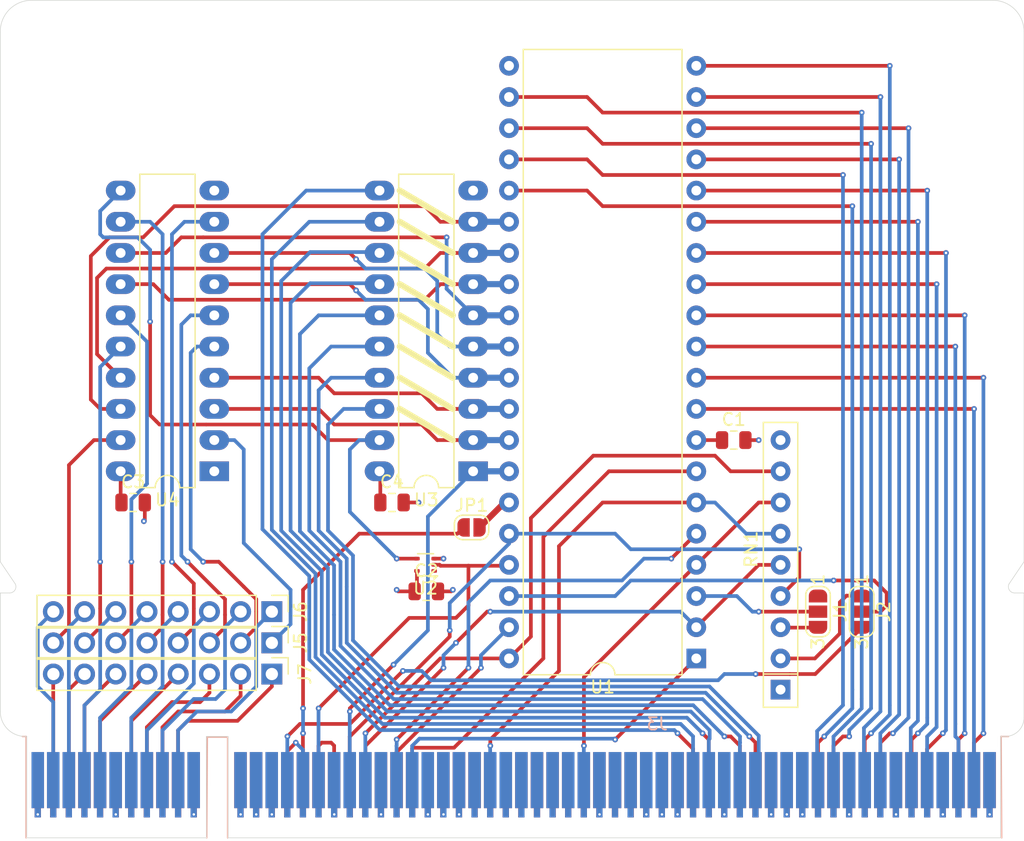
<source format=kicad_pcb>
(kicad_pcb (version 20240108) (generator "pcbnew") (generator_version "8.0")
  (layers (0 "F.Cu" signal) (1 "In1.Cu" power) (2 "In2.Cu" power) (31 "B.Cu" signal) (34 "B.Paste" user) (35 "F.Paste" user) (36 "B.SilkS" user "B.Silkscreen") (37 "F.SilkS" user "F.Silkscreen") (38 "B.Mask" user) (39 "F.Mask" user) (44 "Edge.Cuts" user))
  (net 0 "")
  (net 1 "+5V")
  (net 2 "GND")
  (net 3 "Net-(J1-Pin_3)")
  (net 4 "Net-(J1-Pin_2)")
  (net 6 "Net-(J2-Pin_1)")
  (net 7 "/M{slash}X")
  (net 8 "Net-(J2-Pin_2)")
  (net 9 "/CLK")
  (net 10 "/RAM_7")
  (net 11 "/RAM_2")
  (net 12 "/A7")
  (net 13 "/~{IRQ_4}")
  (net 14 "/A11")
  (net 15 "/A12")
  (net 16 "/E")
  (net 17 "/RAM_5")
  (net 18 "/ROM_4")
  (net 19 "/~{RES}")
  (net 20 "/D4")
  (net 21 "/A3")
  (net 22 "+9V")
  (net 23 "/ROM_2")
  (net 24 "/D6")
  (net 25 "/~{ROM}")
  (net 26 "/~{BE}")
  (net 27 "/~{IRQ_0.6}")
  (net 28 "/~{IRQ_0}")
  (net 29 "/A4")
  (net 30 "/D1")
  (net 31 "/D5")
  (net 32 "/~{IRQ_0.3}")
  (net 33 "/~{VP}")
  (net 34 "/D2")
  (net 35 "/R{slash}~{W}")
  (net 36 "/D7")
  (net 37 "/~{IRQ_3}")
  (net 38 "/D3")
  (net 39 "/RAM_4")
  (net 40 "/A0")
  (net 41 "/ROM_1")
  (net 42 "/A1")
  (net 43 "/ROM_7")
  (net 44 "/RAM_6")
  (net 45 "/ROM_3")
  (net 46 "/~{IRQ_0.4}")
  (net 47 "/ROM_0")
  (net 48 "/A10")
  (net 49 "/~{NMI}")
  (net 50 "/~{H_RAM}")
  (net 51 "/RAM_0")
  (net 52 "/~{ML}")
  (net 53 "/~{IRQ_0.0}")
  (net 54 "/A14")
  (net 55 "/~{IRQ_0.7}")
  (net 56 "/A9")
  (net 57 "/SYNC_VPA")
  (net 58 "/A5")
  (net 59 "/RAM_3")
  (net 60 "/A2")
  (net 61 "/~{RDY}")
  (net 62 "/PAGE")
  (net 63 "/Ø2{slash}VDA")
  (net 64 "/A15")
  (net 65 "/RAM_1")
  (net 66 "/~{IRQ_0.1}")
  (net 67 "/~{IRQ_1}")
  (net 68 "/A8")
  (net 69 "/A13")
  (net 70 "/ROM_6")
  (net 71 "/~{IRQ_2}")
  (net 72 "/ROM_5")
  (net 73 "/~{IRQ}")
  (net 74 "/A6")
  (net 75 "/~{IO}")
  (net 76 "/~{IRQ_0.5}")
  (net 77 "/D0")
  (net 78 "/~{IRQ_0.2}")
  (net 79 "/~{L_RAM}")
  (net 80 "/BA0")
  (net 81 "/BA2")
  (net 82 "/BA7")
  (net 83 "/BA6")
  (net 84 "/BA1")
  (net 85 "/BA3")
  (net 86 "/BA4")
  (net 87 "/BA5")
  (net 88 "Net-(JP1-B)")
  (net 91 "Net-(U3-CE)")
  (net 93 "Net-(U1-D7)")
  (net 94 "Net-(U1-D4)")
  (net 95 "Net-(U1-D3)")
  (net 96 "Net-(U1-D5)")
  (net 97 "Net-(U1-D1)")
  (net 98 "Net-(U1-D0)")
  (net 99 "Net-(U1-D2)")
  (net 100 "Net-(U1-D6)")
  (footprint "Package_TO_SOT_SMD:SOT-553" (layer "F.Cu") (at 147.131 107.942 180)
    (property "Reference" "U2")
    (property "Value" "74LVC1GU04DRL")
  )
  (footprint "Connector_PinHeader_2.54mm:PinHeader_1x08_P2.54mm_Vertical" (layer "F.Cu") (at 134.62 116.84 -90)
    (property "Reference" "J7")
    (property "Value" "Bank Bridge C")
  )
  (footprint "Package_DIP:DIP-40_W15.24mm" (layer "F.Cu") (at 169.164 115.57 180)
    (property "Reference" "U1")
    (property "Value" "65C02 / 65816")
  )
  (footprint "Capacitor_SMD:C_0805_2012Metric" (layer "F.Cu") (at 172.212 97.79)
    (property "Reference" "C1")
    (property "Value" "100n")
  )
  (footprint "Package_DIP:DIP-20_W7.62mm_LongPads" (layer "F.Cu") (at 129.936 100.33 180)
    (property "Reference" "U4")
    (property "Value" "74HC373")
  )
  (footprint "Capacitor_SMD:C_0805_2012Metric" (layer "F.Cu") (at 144.399 102.87)
    (property "Reference" "C4")
    (property "Value" "100n")
  )
  (footprint "Connector_PinHeader_2.54mm:PinHeader_1x08_P2.54mm_Vertical" (layer "F.Cu") (at 134.62 114.3 -90)
    (property "Reference" "J5")
    (property "Value" "Bank Bridge A")
  )
  (footprint "Resistor_THT:R_Array_SIP9" (layer "F.Cu") (at 176.022 118.11 90)
    (property "Reference" "RN1")
    (property "Value" "3k3")
  )
  (footprint "Capacitor_SMD:C_0805_2012Metric" (layer "F.Cu") (at 147.193 110.109)
    (property "Reference" "C2")
    (property "Value" "100n")
  )
  (footprint "Jumper:SolderJumper-3_P1.3mm_Open_RoundedPad1.0x1.5mm_NumberLabels" (layer "F.Cu") (at 182.626 111.76 -90)
    (property "Reference" "J2")
    (property "Value" "SO/MX")
  )
  (footprint "Jumper:SolderJumper-2_P1.3mm_Open_RoundedPad1.0x1.5mm" (layer "F.Cu") (at 150.876 104.902)
    (property "Reference" "JP1")
    (property "Value" "E")
  )
  (footprint "Connector_PinHeader_2.54mm:PinHeader_1x08_P2.54mm_Vertical" (layer "F.Cu") (at 134.62 111.76 -90)
    (property "Reference" "J6")
    (property "Value" "Bank Bridge B")
  )
  (footprint "Capacitor_SMD:C_0805_2012Metric" (layer "F.Cu") (at 123.332 102.87)
    (property "Reference" "C3")
    (property "Value" "100n")
  )
  (footprint "Package_DIP:DIP-20_W7.62mm_LongPads" (layer "F.Cu") (at 151.003 100.33 180)
    (property "Reference" "U3")
    (property "Value" "74HC245")
  )
  (footprint "Jumper:SolderJumper-3_P1.3mm_Open_RoundedPad1.0x1.5mm_NumberLabels" (layer "F.Cu") (at 179.07 111.76 -90)
    (property "Reference" "J1")
    (property "Value" "ABORT")
  )
  (footprint "Connector_PCBEdge:BUS_PCI" (layer "B.Cu") (at 154.3 126.806 180)
    (property "Reference" "J3")
    (property "Value" "Bus_PCI_6502")
  )
  (gr_line (start 149.352 97.79) (end 145.034 95.25) (stroke (width 0.5)) (layer "F.SilkS"))
  (gr_line (start 149.352 80.01) (end 145.034 77.47) (stroke (width 0.5)) (layer "F.SilkS"))
  (gr_line (start 149.352 95.25) (end 145.034 92.71) (stroke (width 0.5)) (layer "F.SilkS"))
  (gr_line (start 149.352 85.09) (end 145.034 82.55) (stroke (width 0.5)) (layer "F.SilkS"))
  (gr_line (start 149.352 87.63) (end 145.034 85.09) (stroke (width 0.5)) (layer "F.SilkS"))
  (gr_line (start 149.352 82.55) (end 145.034 80.01) (stroke (width 0.5)) (layer "F.SilkS"))
  (gr_line (start 149.352 92.71) (end 145.034 90.17) (stroke (width 0.5)) (layer "F.SilkS"))
  (gr_line (start 149.352 90.17) (end 145.034 87.63) (stroke (width 0.5)) (layer "F.SilkS"))
  (gr_line (start 114.681 130.175) (end 129.286 130.175) (stroke (width 0.05)) (layer "Edge.Cuts"))
  (gr_line (start 112.522 107.696) (end 113.738369 109.500815) (stroke (width 0.05)) (layer "Edge.Cuts"))
  (gr_line (start 114.554 121.92) (end 114.681 121.92) (stroke (width 0.05)) (layer "Edge.Cuts"))
  (gr_line (start 195.834 110.236) (end 195.834 120.396) (stroke (width 0.05)) (layer "Edge.Cuts"))
  (gr_line (start 129.286 121.92) (end 131.064 121.92) (stroke (width 0.05)) (layer "Edge.Cuts"))
  (gr_line (start 129.286 130.175) (end 129.286 121.92) (stroke (width 0.05)) (layer "Edge.Cuts"))
  (gr_line (start 115.062 61.976) (end 193.294 61.976) (stroke (width 0.05)) (layer "Edge.Cuts"))
  (gr_arc (start 113.738369 109.500815) (mid 113.716131 109.995071) (end 113.284 110.236) (stroke (width 0.05)) (layer "Edge.Cuts"))
  (gr_line (start 112.522 119.888) (end 112.522 110.236) (stroke (width 0.05)) (layer "Edge.Cuts"))
  (gr_line (start 193.929 121.92) (end 194.31 121.92) (stroke (width 0.05)) (layer "Edge.Cuts"))
  (gr_line (start 195.834 110.236) (end 195.072 110.236) (stroke (width 0.05)) (layer "Edge.Cuts"))
  (gr_line (start 113.284 110.236) (end 112.522 110.236) (stroke (width 0.05)) (layer "Edge.Cuts"))
  (gr_line (start 112.522 107.696) (end 112.522 64.516) (stroke (width 0.05)) (layer "Edge.Cuts"))
  (gr_arc (start 114.554 121.92) (mid 113.117159 121.324841) (end 112.522 119.888) (stroke (width 0.05)) (layer "Edge.Cuts"))
  (gr_arc (start 195.072 110.236) (mid 194.639868 109.995072) (end 194.617631 109.500815) (stroke (width 0.05)) (layer "Edge.Cuts"))
  (gr_arc (start 112.522 64.516) (mid 113.265949 62.719949) (end 115.062 61.976) (stroke (width 0.05)) (layer "Edge.Cuts"))
  (gr_line (start 193.929 130.175) (end 193.929 121.92) (stroke (width 0.05)) (layer "Edge.Cuts"))
  (gr_line (start 194.617631 109.500815) (end 195.834 107.696) (stroke (width 0.05)) (layer "Edge.Cuts"))
  (gr_line (start 114.681 121.92) (end 114.681 130.175) (stroke (width 0.05)) (layer "Edge.Cuts"))
  (gr_arc (start 193.294 61.976) (mid 195.090051 62.719949) (end 195.834 64.516) (stroke (width 0.05)) (layer "Edge.Cuts"))
  (gr_line (start 195.834 107.696) (end 195.834 64.516) (stroke (width 0.05)) (layer "Edge.Cuts"))
  (gr_arc (start 195.834 120.396) (mid 195.387631 121.473631) (end 194.31 121.92) (stroke (width 0.05)) (layer "Edge.Cuts"))
  (gr_line (start 131.064 130.175) (end 193.929 130.175) (stroke (width 0.05)) (layer "Edge.Cuts"))
  (gr_line (start 131.064 121.92) (end 131.064 130.175) (stroke (width 0.05)) (layer "Edge.Cuts"))
  (segment (start 144.907 110.109) (end 144.78 109.982) (width 0.3) (layer "F.Cu") (net 1))
  (segment (start 143.449 100.396) (end 143.383 100.33) (width 0.3) (layer "F.Cu") (net 1))
  (segment (start 171.262 97.79) (end 169.164 97.79) (width 0.3) (layer "F.Cu") (net 1))
  (segment (start 146.431 108.442) (end 146.431 109.921) (width 0.3) (layer "F.Cu") (net 1))
  (segment (start 143.449 102.87) (end 143.449 100.396) (width 0.3) (layer "F.Cu") (net 1))
  (segment (start 146.243 110.109) (end 144.907 110.109) (width 0.3) (layer "F.Cu") (net 1))
  (segment (start 122.316 100.33) (end 122.316 102.804) (width 0.3) (layer "F.Cu") (net 1))
  (segment (start 122.316 102.804) (end 122.382 102.87) (width 0.3) (layer "F.Cu") (net 1))
  (segment (start 146.431 109.921) (end 146.243 110.109) (width 0.3) (layer "F.Cu") (net 1))
  (via (at 176.53 128.27) (size 0.46) (drill 0.2) (layers "F.Cu" "B.Cu") (net 1))
  (via (at 144.78 109.982) (size 0.46) (drill 0.2) (layers "F.Cu" "B.Cu") (net 1))
  (via (at 148.59 128.27) (size 0.46) (drill 0.2) (layers "F.Cu" "B.Cu") (net 1))
  (via (at 166.37 128.27) (size 0.46) (drill 0.2) (layers "F.Cu" "B.Cu") (net 1))
  (via (at 134.62 128.27) (size 0.46) (drill 0.2) (layers "F.Cu" "B.Cu") (net 1))
  (segment (start 147.831 107.442) (end 148.59 107.442) (width 0.3) (layer "F.Cu") (net 2))
  (segment (start 124.282 102.87) (end 124.282 104.318) (width 0.3) (layer "F.Cu") (net 2))
  (segment (start 148.143 110.109) (end 149.225 110.109) (width 0.3) (layer "F.Cu") (net 2))
  (segment (start 139.446 122.428) (end 139.69 122.672) (width 0.3) (layer "F.Cu") (net 2))
  (segment (start 124.282 104.318) (end 124.206 104.394) (width 0.3) (layer "F.Cu") (net 2))
  (segment (start 145.349 102.87) (end 146.558 102.87) (width 0.3) (layer "F.Cu") (net 2))
  (segment (start 138.42 122.692) (end 138.684 122.428) (width 0.3) (layer "F.Cu") (net 2))
  (segment (start 138.42 125.476) (end 138.42 122.692) (width 0.3) (layer "F.Cu") (net 2))
  (segment (start 149.225 110.109) (end 149.352 109.982) (width 0.3) (layer "F.Cu") (net 2))
  (segment (start 173.162 97.79) (end 174.244 97.79) (width 0.3) (layer "F.Cu") (net 2))
  (segment (start 135.88 123.118) (end 136.57 122.428) (width 0.3) (layer "F.Cu") (net 2))
  (segment (start 138.684 122.428) (end 139.446 122.428) (width 0.3) (layer "F.Cu") (net 2))
  (segment (start 139.69 122.672) (end 139.69 125.476) (width 0.3) (layer "F.Cu") (net 2))
  (segment (start 135.88 125.476) (end 135.88 123.118) (width 0.3) (layer "F.Cu") (net 2))
  (via (at 139.7 128.27) (size 0.46) (drill 0.2) (layers "F.Cu" "B.Cu") (net 2))
  (via (at 181.61 128.27) (size 0.46) (drill 0.2) (layers "F.Cu" "B.Cu") (net 2))
  (via (at 124.206 104.394) (size 0.46) (drill 0.2) (layers "F.Cu" "B.Cu") (net 2))
  (via (at 149.86 128.27) (size 0.46) (drill 0.2) (layers "F.Cu" "B.Cu") (net 2))
  (via (at 121.92 128.27) (size 0.46) (drill 0.2) (layers "F.Cu" "B.Cu") (net 2))
  (via (at 143.51 128.27) (size 0.46) (drill 0.2) (layers "F.Cu" "B.Cu") (net 2))
  (via (at 167.64 128.27) (size 0.46) (drill 0.2) (layers "F.Cu" "B.Cu") (net 2))
  (via (at 165.1 128.27) (size 0.46) (drill 0.2) (layers "F.Cu" "B.Cu") (net 2))
  (via (at 147.32 128.27) (size 0.46) (drill 0.2) (layers "F.Cu" "B.Cu") (net 2))
  (via (at 149.352 109.982) (size 0.46) (drill 0.2) (layers "F.Cu" "B.Cu") (net 2))
  (via (at 133.35 128.27) (size 0.46) (drill 0.2) (layers "F.Cu" "B.Cu") (net 2))
  (via (at 193.04 128.27) (size 0.46) (drill 0.2) (layers "F.Cu" "B.Cu") (net 2))
  (via (at 136.57 122.428) (size 0.46) (drill 0.2) (layers "F.Cu" "B.Cu") (net 2))
  (via (at 148.59 107.442) (size 0.46) (drill 0.2) (layers "F.Cu" "B.Cu") (net 2))
  (via (at 161.29 128.27) (size 0.46) (drill 0.2) (layers "F.Cu" "B.Cu") (net 2))
  (via (at 174.244 97.79) (size 0.46) (drill 0.2) (layers "F.Cu" "B.Cu") (net 2))
  (via (at 189.23 128.27) (size 0.46) (drill 0.2) (layers "F.Cu" "B.Cu") (net 2))
  (via (at 175.26 128.27) (size 0.46) (drill 0.2) (layers "F.Cu" "B.Cu") (net 2))
  (via (at 146.558 102.87) (size 0.46) (drill 0.2) (layers "F.Cu" "B.Cu") (net 2))
  (via (at 177.8 128.27) (size 0.46) (drill 0.2) (layers "F.Cu" "B.Cu") (net 2))
  (via (at 115.57 128.27) (size 0.46) (drill 0.2) (layers "F.Cu" "B.Cu") (net 2))
  (via (at 171.45 128.27) (size 0.46) (drill 0.2) (layers "F.Cu" "B.Cu") (net 2))
  (via (at 128.27 128.27) (size 0.46) (drill 0.2) (layers "F.Cu" "B.Cu") (net 2))
  (via (at 185.42 128.27) (size 0.46) (drill 0.2) (layers "F.Cu" "B.Cu") (net 2))
  (segment (start 137.15 123.008) (end 136.57 122.428) (width 0.3) (layer "B.Cu") (net 2))
  (segment (start 137.15 125.476) (end 137.15 123.008) (width 0.3) (layer "B.Cu") (net 2))
  (segment (start 176.052 113.06) (end 176.022 113.03) (width 0.3) (layer "F.Cu") (net 3))
  (segment (start 179.07 113.06) (end 176.052 113.06) (width 0.3) (layer "F.Cu") (net 3))
  (segment (start 179.07 111.76) (end 174.244 111.76) (width 0.3) (layer "F.Cu") (net 4))
  (via (at 174.244 111.76) (size 0.46) (drill 0.2) (layers "F.Cu" "B.Cu") (net 4))
  (segment (start 173.736 111.76) (end 172.466 110.49) (width 0.3) (layer "B.Cu") (net 4))
  (segment (start 172.466 110.49) (end 169.164 110.49) (width 0.3) (layer "B.Cu") (net 4))
  (segment (start 174.244 111.76) (end 173.736 111.76) (width 0.3) (layer "B.Cu") (net 4))
  (segment (start 181.386 110.46) (end 180.848 110.998) (width 0.3) (layer "F.Cu") (net 6))
  (segment (start 180.848 113.538) (end 178.816 115.57) (width 0.3) (layer "F.Cu") (net 6))
  (segment (start 180.848 110.998) (end 180.848 113.538) (width 0.3) (layer "F.Cu") (net 6))
  (segment (start 178.816 115.57) (end 176.022 115.57) (width 0.3) (layer "F.Cu") (net 6))
  (segment (start 182.626 110.46) (end 181.386 110.46) (width 0.3) (layer "F.Cu") (net 6))
  (segment (start 182.626 113.06) (end 178.846 116.84) (width 0.3) (layer "F.Cu") (net 7))
  (segment (start 176.784 116.84) (end 173.99 116.84) (width 0.3) (layer "F.Cu") (net 7))
  (segment (start 136.906 120.904) (end 135.89 121.92) (width 0.3) (layer "F.Cu") (net 7))
  (segment (start 140.97 120.904) (end 136.906 120.904) (width 0.3) (layer "F.Cu") (net 7))
  (segment (start 178.846 116.84) (end 176.784 116.84) (width 0.3) (layer "F.Cu") (net 7))
  (segment (start 145.288 116.586) (end 140.97 120.904) (width 0.3) (layer "F.Cu") (net 7))
  (via (at 145.288 116.586) (size 0.46) (drill 0.2) (layers "F.Cu" "B.Cu") (net 7))
  (via (at 135.89 121.92) (size 0.46) (drill 0.2) (layers "F.Cu" "B.Cu") (net 7))
  (via (at 173.99 116.84) (size 0.46) (drill 0.2) (layers "F.Cu" "B.Cu") (net 7))
  (segment (start 145.288 116.586) (end 146.812 116.586) (width 0.3) (layer "B.Cu") (net 7))
  (segment (start 171.45 116.84) (end 173.99 116.84) (width 0.3) (layer "B.Cu") (net 7))
  (segment (start 170.942 117.348) (end 171.45 116.84) (width 0.3) (layer "B.Cu") (net 7))
  (segment (start 135.89 121.92) (end 135.88 121.93) (width 0.3) (layer "B.Cu") (net 7))
  (segment (start 135.88 121.93) (end 135.88 125.476) (width 0.3) (layer "B.Cu") (net 7))
  (segment (start 146.812 116.586) (end 147.574 117.348) (width 0.3) (layer "B.Cu") (net 7))
  (segment (start 147.574 117.348) (end 170.942 117.348) (width 0.3) (layer "B.Cu") (net 7))
  (segment (start 184.15 111.76) (end 182.626 111.76) (width 0.3) (layer "F.Cu") (net 8))
  (segment (start 183.642 109.22) (end 184.658 110.236) (width 0.3) (layer "F.Cu") (net 8))
  (segment (start 180.34 109.22) (end 183.642 109.22) (width 0.3) (layer "F.Cu") (net 8))
  (segment (start 184.658 110.236) (end 184.658 111.252) (width 0.3) (layer "F.Cu") (net 8))
  (segment (start 184.658 111.252) (end 184.15 111.76) (width 0.3) (layer "F.Cu") (net 8))
  (via (at 180.34 109.22) (size 0.46) (drill 0.2) (layers "F.Cu" "B.Cu") (net 8))
  (segment (start 163.576 109.474) (end 163.83 109.22) (width 0.3) (layer "B.Cu") (net 8))
  (segment (start 163.83 109.22) (end 170.18 109.22) (width 0.3) (layer "B.Cu") (net 8))
  (segment (start 170.18 109.22) (end 180.34 109.22) (width 0.3) (layer "B.Cu") (net 8))
  (segment (start 162.56 110.49) (end 163.576 109.474) (width 0.3) (layer "B.Cu") (net 8))
  (segment (start 153.924 110.49) (end 162.56 110.49) (width 0.3) (layer "B.Cu") (net 8))
  (segment (start 147.831 107.942) (end 148.269756 107.942) (width 0.3) (layer "F.Cu") (net 9))
  (segment (start 149.606 112.268) (end 150.622 111.252) (width 0.3) (layer "F.Cu") (net 9))
  (segment (start 148.349756 108.022) (end 150.622 108.022) (width 0.3) (layer "F.Cu") (net 9))
  (segment (start 148.269756 107.942) (end 148.349756 108.022) (width 0.3) (layer "F.Cu") (net 9))
  (segment (start 153.852 108.022) (end 153.924 107.95) (width 0.3) (layer "F.Cu") (net 9))
  (segment (start 138.43 119.634) (end 145.796 112.268) (width 0.3) (layer "F.Cu") (net 9))
  (segment (start 145.796 112.268) (end 149.606 112.268) (width 0.3) (layer "F.Cu") (net 9))
  (segment (start 150.622 108.022) (end 153.852 108.022) (width 0.3) (layer "F.Cu") (net 9))
  (segment (start 150.622 111.252) (end 150.622 108.022) (width 0.3) (layer "F.Cu") (net 9))
  (via (at 138.43 119.634) (size 0.46) (drill 0.2) (layers "F.Cu" "B.Cu") (net 9))
  (segment (start 138.42 119.644) (end 138.43 119.634) (width 0.3) (layer "B.Cu") (net 9))
  (segment (start 138.42 125.476) (end 138.42 119.644) (width 0.3) (layer "B.Cu") (net 9))
  (segment (start 116.83 116.85) (end 116.84 116.84) (width 0.3) (layer "F.Cu") (net 10))
  (segment (start 116.83 125.476) (end 116.83 116.85) (width 0.3) (layer "F.Cu") (net 10))
  (segment (start 124.45 121.168) (end 124.45 125.476) (width 0.3) (layer "F.Cu") (net 11))
  (segment (start 129.54 118.364) (end 128.778 119.126) (width 0.3) (layer "F.Cu") (net 11))
  (segment (start 126.492 119.126) (end 124.45 121.168) (width 0.3) (layer "F.Cu") (net 11))
  (segment (start 129.54 116.84) (end 129.54 118.364) (width 0.3) (layer "F.Cu") (net 11))
  (segment (start 128.778 119.126) (end 126.492 119.126) (width 0.3) (layer "F.Cu") (net 11))
  (segment (start 187.96 77.47) (end 169.164 77.47) (width 0.3) (layer "F.Cu") (net 12))
  (segment (start 186.68 122.184) (end 187.198 121.666) (width 0.3) (layer "F.Cu") (net 12))
  (segment (start 186.68 125.476) (end 186.68 122.184) (width 0.3) (layer "F.Cu") (net 12))
  (via (at 187.198 121.666) (size 0.46) (drill 0.2) (layers "F.Cu" "B.Cu") (net 12))
  (via (at 187.96 77.47) (size 0.46) (drill 0.2) (layers "F.Cu" "B.Cu") (net 12))
  (segment (start 187.96 120.396) (end 187.96 77.47) (width 0.3) (layer "B.Cu") (net 12))
  (segment (start 187.96 120.904) (end 187.96 120.396) (width 0.3) (layer "B.Cu") (net 12))
  (segment (start 187.198 121.666) (end 187.96 120.904) (width 0.3) (layer "B.Cu") (net 12))
  (segment (start 182.87 125.476) (end 182.87 122.184) (width 0.3) (layer "F.Cu") (net 14))
  (segment (start 184.912 67.31) (end 169.164 67.31) (width 0.3) (layer "F.Cu") (net 14))
  (segment (start 182.87 122.184) (end 183.388 121.666) (width 0.3) (layer "F.Cu") (net 14))
  (via (at 183.388 121.666) (size 0.46) (drill 0.2) (layers "F.Cu" "B.Cu") (net 14))
  (via (at 184.912 67.31) (size 0.46) (drill 0.2) (layers "F.Cu" "B.Cu") (net 14))
  (segment (start 183.388 121.666) (end 184.912 120.142) (width 0.3) (layer "B.Cu") (net 14))
  (segment (start 184.912 119.38) (end 184.912 67.31) (width 0.3) (layer "B.Cu") (net 14))
  (segment (start 184.912 120.142) (end 184.912 119.38) (width 0.3) (layer "B.Cu") (net 14))
  (segment (start 161.544 71.12) (end 160.274 69.85) (width 0.3) (layer "F.Cu") (net 15))
  (segment (start 182.626 71.12) (end 161.544 71.12) (width 0.3) (layer "F.Cu") (net 15))
  (segment (start 160.274 69.85) (end 153.924 69.85) (width 0.3) (layer "F.Cu") (net 15))
  (via (at 182.626 71.12) (size 0.46) (drill 0.2) (layers "F.Cu" "B.Cu") (net 15))
  (segment (start 180.33 121.93) (end 181.864 120.396) (width 0.3) (layer "B.Cu") (net 15))
  (segment (start 182.626 119.634) (end 182.626 118.872) (width 0.3) (layer "B.Cu") (net 15))
  (segment (start 181.864 120.396) (end 182.626 119.634) (width 0.3) (layer "B.Cu") (net 15))
  (segment (start 180.33 125.476) (end 180.33 121.93) (width 0.3) (layer "B.Cu") (net 15))
  (segment (start 182.626 118.872) (end 182.626 71.12) (width 0.3) (layer "B.Cu") (net 15))
  (segment (start 137.16 121.666) (end 137.15 121.676) (width 0.3) (layer "F.Cu") (net 16))
  (segment (start 137.16 109.982) (end 141.732 105.41) (width 0.3) (layer "F.Cu") (net 16))
  (segment (start 137.15 121.676) (end 137.15 125.476) (width 0.3) (layer "F.Cu") (net 16))
  (segment (start 137.16 119.634) (end 137.16 109.982) (width 0.3) (layer "F.Cu") (net 16))
  (segment (start 141.732 105.41) (end 149.718 105.41) (width 0.3) (layer "F.Cu") (net 16))
  (segment (start 149.718 105.41) (end 150.226 104.902) (width 0.3) (layer "F.Cu") (net 16))
  (via (at 137.16 121.666) (size 0.46) (drill 0.2) (layers "F.Cu" "B.Cu") (net 16))
  (via (at 137.16 119.634) (size 0.46) (drill 0.2) (layers "F.Cu" "B.Cu") (net 16))
  (segment (start 137.16 121.666) (end 137.16 119.634) (width 0.3) (layer "B.Cu") (net 16))
  (segment (start 119.37 119.39) (end 119.37 125.476) (width 0.3) (layer "F.Cu") (net 17))
  (segment (start 121.92 116.84) (end 119.37 119.39) (width 0.3) (layer "F.Cu") (net 17))
  (segment (start 123.19 113.03) (end 124.46 111.76) (width 0.3) (layer "B.Cu") (net 18))
  (segment (start 120.64 125.476) (end 120.64 120.406) (width 0.3) (layer "B.Cu") (net 18))
  (segment (start 123.19 117.856) (end 123.19 113.03) (width 0.3) (layer "B.Cu") (net 18))
  (segment (start 120.64 120.406) (end 123.19 117.856) (width 0.3) (layer "B.Cu") (net 18))
  (segment (start 153.924 115.57) (end 148.336 115.57) (width 0.3) (layer "F.Cu") (net 19))
  (segment (start 148.336 115.57) (end 142.24 121.666) (width 0.3) (layer "F.Cu") (net 19))
  (segment (start 176.022 100.33) (end 171.958 100.33) (width 0.3) (layer "F.Cu") (net 19))
  (segment (start 171.958 100.33) (end 170.688 99.06) (width 0.3) (layer "F.Cu") (net 19))
  (segment (start 155.702 113.792) (end 153.924 115.57) (width 0.3) (layer "F.Cu") (net 19))
  (segment (start 155.702 104.14) (end 155.702 113.792) (width 0.3) (layer "F.Cu") (net 19))
  (segment (start 160.782 99.06) (end 155.702 104.14) (width 0.3) (layer "F.Cu") (net 19))
  (segment (start 170.688 99.06) (end 160.782 99.06) (width 0.3) (layer "F.Cu") (net 19))
  (via (at 142.24 121.666) (size 0.46) (drill 0.2) (layers "F.Cu" "B.Cu") (net 19))
  (segment (start 142.23 121.676) (end 142.23 125.476) (width 0.3) (layer "B.Cu") (net 19))
  (segment (start 142.24 121.666) (end 142.23 121.676) (width 0.3) (layer "B.Cu") (net 19))
  (segment (start 139.184 108.196) (end 139.184 115.054) (width 0.3) (layer "B.Cu") (net 20))
  (segment (start 136.144 86.614) (end 136.144 105.156) (width 0.3) (layer "B.Cu") (net 20))
  (segment (start 170.252 122.102) (end 170.18 122.174) (width 0.3) (layer "B.Cu") (net 20))
  (segment (start 143.383 85.09) (end 143.311 85.018) (width 0.3) (layer "B.Cu") (net 20))
  (segment (start 139.184 115.054) (end 144.018 119.888) (width 0.3) (layer "B.Cu") (net 20))
  (segment (start 170.252 121.425756) (end 170.252 122.102) (width 0.3) (layer "B.Cu") (net 20))
  (segment (start 144.018 119.888) (end 168.714244 119.888) (width 0.3) (layer "B.Cu") (net 20))
  (segment (start 170.18 122.174) (end 170.18 125.476) (width 0.3) (layer "B.Cu") (net 20))
  (segment (start 137.74 85.018) (end 136.144 86.614) (width 0.3) (layer "B.Cu") (net 20))
  (segment (start 136.144 105.156) (end 139.184 108.196) (width 0.3) (layer "B.Cu") (net 20))
  (segment (start 143.311 85.018) (end 137.74 85.018) (width 0.3) (layer "B.Cu") (net 20))
  (segment (start 168.714244 119.888) (end 170.252 121.425756) (width 0.3) (layer "B.Cu") (net 20))
  (segment (start 191.008 87.63) (end 169.164 87.63) (width 0.3) (layer "F.Cu") (net 21))
  (segment (start 190.5 122.174) (end 191.008 121.666) (width 0.3) (layer "F.Cu") (net 21))
  (segment (start 190.5 125.476) (end 190.5 122.174) (width 0.3) (layer "F.Cu") (net 21))
  (via (at 191.008 87.63) (size 0.46) (drill 0.2) (layers "F.Cu" "B.Cu") (net 21))
  (via (at 191.008 121.666) (size 0.46) (drill 0.2) (layers "F.Cu" "B.Cu") (net 21))
  (segment (start 191.008 121.666) (end 191.008 87.63) (width 0.3) (layer "B.Cu") (net 21))
  (via (at 132.08 128.27) (size 0.46) (drill 0.2) (layers "F.Cu" "B.Cu") (net 22))
  (segment (start 124.45 125.476) (end 124.45 121.422) (width 0.3) (layer "B.Cu") (net 23))
  (segment (start 124.45 121.422) (end 128.27 117.602) (width 0.3) (layer "B.Cu") (net 23))
  (segment (start 128.27 117.602) (end 128.27 113.03) (width 0.3) (layer "B.Cu") (net 23))
  (segment (start 128.27 113.03) (end 129.54 111.76) (width 0.3) (layer "B.Cu") (net 23))
  (segment (start 168.9 121.91) (end 168.9 125.476) (width 0.3) (layer "B.Cu") (net 24))
  (segment (start 143.383 80.01) (end 137.668 80.01) (width 0.3) (layer "B.Cu") (net 24))
  (segment (start 134.62 83.058) (end 134.62 105.101106) (width 0.3) (layer "B.Cu") (net 24))
  (segment (start 137.668 80.01) (end 134.62 83.058) (width 0.3) (layer "B.Cu") (net 24))
  (segment (start 134.62 105.101106) (end 138.176 108.657106) (width 0.3) (layer "B.Cu") (net 24))
  (segment (start 167.894 120.904) (end 168.9 121.91) (width 0.3) (layer "B.Cu") (net 24))
  (segment (start 138.176 115.460214) (end 143.619786 120.904) (width 0.3) (layer "B.Cu") (net 24))
  (segment (start 138.176 108.657106) (end 138.176 115.460214) (width 0.3) (layer "B.Cu") (net 24))
  (segment (start 143.619786 120.904) (end 167.894 120.904) (width 0.3) (layer "B.Cu") (net 24))
  (segment (start 149.098 113.284) (end 149.098 113.792) (width 0.3) (layer "F.Cu") (net 26))
  (segment (start 149.098 113.792) (end 140.96 121.93) (width 0.3) (layer "F.Cu") (net 26))
  (segment (start 140.96 121.93) (end 140.96 125.476) (width 0.3) (layer "F.Cu") (net 26))
  (segment (start 177.546 108.966) (end 176.022 110.49) (width 0.3) (layer "F.Cu") (net 26))
  (segment (start 177.546 106.68) (end 177.546 108.966) (width 0.3) (layer "F.Cu") (net 26))
  (via (at 149.098 113.284) (size 0.46) (drill 0.2) (layers "F.Cu" "B.Cu") (net 26))
  (via (at 177.546 106.68) (size 0.46) (drill 0.2) (layers "F.Cu" "B.Cu") (net 26))
  (segment (start 149.098 113.284) (end 149.098 111.056244) (width 0.3) (layer "B.Cu") (net 26))
  (segment (start 149.098 111.056244) (end 153.924 106.230244) (width 0.3) (layer "B.Cu") (net 26))
  (segment (start 153.924 106.230244) (end 153.924 105.41) (width 0.3) (layer "B.Cu") (net 26))
  (segment (start 162.56 105.41) (end 163.83 106.68) (width 0.3) (layer "B.Cu") (net 26))
  (segment (start 163.83 106.68) (end 177.546 106.68) (width 0.3) (layer "B.Cu") (net 26))
  (segment (start 153.924 105.41) (end 162.56 105.41) (width 0.3) (layer "B.Cu") (net 26))
  (segment (start 188.722 85.09) (end 169.164 85.09) (width 0.3) (layer "F.Cu") (net 29))
  (via (at 188.722 85.09) (size 0.46) (drill 0.2) (layers "F.Cu" "B.Cu") (net 29))
  (segment (start 188.722 85.09) (end 188.722 121.158) (width 0.3) (layer "B.Cu") (net 29))
  (segment (start 187.95 121.93) (end 187.95 125.476) (width 0.3) (layer "B.Cu") (net 29))
  (segment (start 188.722 121.158) (end 187.95 121.93) (width 0.3) (layer "B.Cu") (net 29))
  (segment (start 173.98 122.418) (end 173.98 125.476) (width 0.3) (layer "F.Cu") (net 30))
  (segment (start 173.482 121.92) (end 173.98 122.418) (width 0.3) (layer "F.Cu") (net 30))
  (via (at 173.482 121.92) (size 0.46) (drill 0.2) (layers "F.Cu" "B.Cu") (net 30))
  (segment (start 142.494 116.078) (end 144.78 118.364) (width 0.3) (layer "B.Cu") (net 30))
  (segment (start 140.716 107.442) (end 140.716 109.728) (width 0.3) (layer "B.Cu") (net 30))
  (segment (start 139.446 92.71) (end 138.43 93.726) (width 0.3) (layer "B.Cu") (net 30))
  (segment (start 140.208 106.934) (end 140.716 107.442) (width 0.3) (layer "B.Cu") (net 30))
  (segment (start 169.926 118.364) (end 173.482 121.92) (width 0.3) (layer "B.Cu") (net 30))
  (segment (start 138.43 105.156) (end 140.208 106.934) (width 0.3) (layer "B.Cu") (net 30))
  (segment (start 140.716 114.3) (end 142.494 116.078) (width 0.3) (layer "B.Cu") (net 30))
  (segment (start 143.383 92.71) (end 139.446 92.71) (width 0.3) (layer "B.Cu") (net 30))
  (segment (start 138.43 93.726) (end 138.43 105.156) (width 0.3) (layer "B.Cu") (net 30))
  (segment (start 149.352 118.364) (end 169.926 118.364) (width 0.3) (layer "B.Cu") (net 30))
  (segment (start 140.716 109.728) (end 140.716 114.3) (width 0.3) (layer "B.Cu") (net 30))
  (segment (start 144.78 118.364) (end 149.352 118.364) (width 0.3) (layer "B.Cu") (net 30))
  (segment (start 169.672 121.666) (end 170.18 122.174) (width 0.3) (layer "F.Cu") (net 31))
  (segment (start 170.18 122.174) (end 170.18 125.476) (width 0.3) (layer "F.Cu") (net 31))
  (via (at 169.672 121.666) (size 0.46) (drill 0.2) (layers "F.Cu" "B.Cu") (net 31))
  (segment (start 135.382 84.836) (end 135.382 105.156) (width 0.3) (layer "B.Cu") (net 31))
  (segment (start 143.311 82.478) (end 137.74 82.478) (width 0.3) (layer "B.Cu") (net 31))
  (segment (start 138.684 108.458) (end 138.684 115.261107) (width 0.3) (layer "B.Cu") (net 31))
  (segment (start 135.382 105.156) (end 138.684 108.458) (width 0.3) (layer "B.Cu") (net 31))
  (segment (start 137.74 82.478) (end 135.382 84.836) (width 0.3) (layer "B.Cu") (net 31))
  (segment (start 143.818893 120.396) (end 168.402 120.396) (width 0.3) (layer "B.Cu") (net 31))
  (segment (start 143.383 82.55) (end 143.311 82.478) (width 0.3) (layer "B.Cu") (net 31))
  (segment (start 138.684 115.261107) (end 143.818893 120.396) (width 0.3) (layer "B.Cu") (net 31))
  (segment (start 168.402 120.396) (end 169.672 121.666) (width 0.3) (layer "B.Cu") (net 31))
  (segment (start 169.164 115.57) (end 162.56 122.174) (width 0.3) (layer "F.Cu") (net 33))
  (via (at 162.56 122.174) (size 0.46) (drill 0.2) (layers "F.Cu" "B.Cu") (net 33))
  (segment (start 162.488 122.102) (end 146.63 122.102) (width 0.3) (layer "B.Cu") (net 33))
  (segment (start 146.04 122.692) (end 146.04 125.476) (width 0.3) (layer "B.Cu") (net 33))
  (segment (start 162.56 122.174) (end 162.488 122.102) (width 0.3) (layer "B.Cu") (net 33))
  (segment (start 146.63 122.102) (end 146.04 122.692) (width 0.3) (layer "B.Cu") (net 33))
  (segment (start 143.383 90.17) (end 139.446 90.17) (width 0.3) (layer "B.Cu") (net 34))
  (segment (start 169.68 118.88) (end 172.72 121.92) (width 0.3) (layer "B.Cu") (net 34))
  (segment (start 140.208 107.696) (end 140.208 114.554) (width 0.3) (layer "B.Cu") (net 34))
  (segment (start 172.71 122.438) (end 172.71 125.476) (width 0.3) (layer "B.Cu") (net 34))
  (segment (start 137.668 91.948) (end 137.668 105.156) (width 0.3) (layer "B.Cu") (net 34))
  (segment (start 172.72 122.428) (end 172.71 122.438) (width 0.3) (layer "B.Cu") (net 34))
  (segment (start 137.668 105.156) (end 140.208 107.696) (width 0.3) (layer "B.Cu") (net 34))
  (segment (start 140.208 114.554) (end 144.534 118.88) (width 0.3) (layer "B.Cu") (net 34))
  (segment (start 172.72 121.92) (end 172.72 122.428) (width 0.3) (layer "B.Cu") (net 34))
  (segment (start 139.446 90.17) (end 137.668 91.948) (width 0.3) (layer "B.Cu") (net 34))
  (segment (start 144.534 118.88) (end 169.68 118.88) (width 0.3) (layer "B.Cu") (net 34))
  (segment (start 140.97 119.888) (end 140.97 119.634) (width 0.3) (layer "F.Cu") (net 35))
  (segment (start 140.97 119.634) (end 144.526 116.078) (width 0.3) (layer "F.Cu") (net 35))
  (via (at 144.526 116.078) (size 0.46) (drill 0.2) (layers "F.Cu" "B.Cu") (net 35))
  (via (at 140.97 119.888) (size 0.46) (drill 0.2) (layers "F.Cu" "B.Cu") (net 35))
  (segment (start 144.526 116.078) (end 147.32 113.284) (width 0.3) (layer "B.Cu") (net 35))
  (segment (start 147.32 104.013) (end 151.003 100.33) (width 0.3) (layer "B.Cu") (net 35))
  (segment (start 147.32 113.284) (end 147.32 104.013) (width 0.3) (layer "B.Cu") (net 35))
  (segment (start 140.96 119.898) (end 140.96 125.476) (width 0.3) (layer "B.Cu") (net 35))
  (segment (start 153.924 100.33) (end 151.003 100.33) (width 0.5) (layer "B.Cu") (net 35))
  (segment (start 140.97 119.888) (end 140.96 119.898) (width 0.3) (layer "B.Cu") (net 35))
  (segment (start 167.64 121.666) (end 168.9 122.926) (width 0.3) (layer "F.Cu") (net 36))
  (segment (start 168.9 122.926) (end 168.9 125.476) (width 0.3) (layer "F.Cu") (net 36))
  (via (at 167.64 121.666) (size 0.46) (drill 0.2) (layers "F.Cu" "B.Cu") (net 36))
  (segment (start 137.414 77.47) (end 133.858 81.026) (width 0.3) (layer "B.Cu") (net 36))
  (segment (start 133.858 81.026) (end 133.858 105.046212) (width 0.3) (layer "B.Cu") (net 36))
  (segment (start 143.383 77.47) (end 137.414 77.47) (width 0.3) (layer "B.Cu") (net 36))
  (segment (start 143.41268 121.404) (end 167.378 121.404) (width 0.3) (layer "B.Cu") (net 36))
  (segment (start 137.668 115.65932) (end 143.41268 121.404) (width 0.3) (layer "B.Cu") (net 36))
  (segment (start 137.668 108.856212) (end 137.668 115.65932) (width 0.3) (layer "B.Cu") (net 36))
  (segment (start 133.858 105.046212) (end 137.668 108.856212) (width 0.3) (layer "B.Cu") (net 36))
  (segment (start 167.378 121.404) (end 167.64 121.666) (width 0.3) (layer "B.Cu") (net 36))
  (segment (start 171.958 121.92) (end 172.71 122.672) (width 0.3) (layer "F.Cu") (net 38))
  (segment (start 171.45 121.92) (end 171.958 121.92) (width 0.3) (layer "F.Cu") (net 38))
  (segment (start 172.71 122.672) (end 172.71 125.476) (width 0.3) (layer "F.Cu") (net 38))
  (via (at 171.45 121.92) (size 0.46) (drill 0.2) (layers "F.Cu" "B.Cu") (net 38))
  (segment (start 138.275554 106.580447) (end 139.684 107.988893) (width 0.3) (layer "B.Cu") (net 38))
  (segment (start 136.906 105.210894) (end 138.275553 106.580447) (width 0.3) (layer "B.Cu") (net 38))
  (segment (start 139.684 107.988893) (end 139.684 112.014) (width 0.3) (layer "B.Cu") (net 38))
  (segment (start 138.275553 106.580447) (end 138.275554 106.580447) (width 0.3) (layer "B.Cu") (net 38))
  (segment (start 139.684 114.846894) (end 143.990553 119.153447) (width 0.3) (layer "B.Cu") (net 38))
  (segment (start 136.906 89.154) (end 136.906 105.210894) (width 0.3) (layer "B.Cu") (net 38))
  (segment (start 171.45 121.91665) (end 171.45 121.92) (width 0.3) (layer "B.Cu") (net 38))
  (segment (start 155.702 119.38) (end 168.91335 119.38) (width 0.3) (layer "B.Cu") (net 38))
  (segment (start 143.383 87.63) (end 138.43 87.63) (width 0.3) (layer "B.Cu") (net 38))
  (segment (start 168.91335 119.38) (end 171.45 121.91665) (width 0.3) (layer "B.Cu") (net 38))
  (segment (start 144.217106 119.38) (end 155.702 119.38) (width 0.3) (layer "B.Cu") (net 38))
  (segment (start 139.684 112.014) (end 139.684 114.846894) (width 0.3) (layer "B.Cu") (net 38))
  (segment (start 138.43 87.63) (end 136.906 89.154) (width 0.3) (layer "B.Cu") (net 38))
  (segment (start 143.990553 119.153447) (end 144.217106 119.38) (width 0.3) (layer "B.Cu") (net 38))
  (segment (start 124.46 116.84) (end 120.64 120.66) (width 0.3) (layer "F.Cu") (net 39))
  (segment (start 120.64 120.66) (end 120.64 125.476) (width 0.3) (layer "F.Cu") (net 39))
  (segment (start 191.77 95.25) (end 169.164 95.25) (width 0.3) (layer "F.Cu") (net 40))
  (via (at 191.77 95.25) (size 0.46) (drill 0.2) (layers "F.Cu" "B.Cu") (net 40))
  (segment (start 191.76 95.26) (end 191.77 95.25) (width 0.3) (layer "B.Cu") (net 40))
  (segment (start 191.76 125.476) (end 191.76 95.26) (width 0.3) (layer "B.Cu") (net 40))
  (segment (start 125.72 121.422) (end 128.27 118.872) (width 0.3) (layer "B.Cu") (net 41))
  (segment (start 130.81 118.11) (end 130.81 113.03) (width 0.3) (layer "B.Cu") (net 41))
  (segment (start 130.048 118.872) (end 130.81 118.11) (width 0.3) (layer "B.Cu") (net 41))
  (segment (start 128.27 118.872) (end 130.048 118.872) (width 0.3) (layer "B.Cu") (net 41))
  (segment (start 130.81 113.03) (end 132.08 111.76) (width 0.3) (layer "B.Cu") (net 41))
  (segment (start 125.72 125.476) (end 125.72 121.422) (width 0.3) (layer "B.Cu") (net 41))
  (segment (start 191.76 122.438) (end 192.532 121.666) (width 0.3) (layer "F.Cu") (net 42))
  (segment (start 191.76 125.476) (end 191.76 122.438) (width 0.3) (layer "F.Cu") (net 42))
  (segment (start 192.532 92.71) (end 169.164 92.71) (width 0.3) (layer "F.Cu") (net 42))
  (via (at 192.532 92.71) (size 0.46) (drill 0.2) (layers "F.Cu" "B.Cu") (net 42))
  (via (at 192.532 121.666) (size 0.46) (drill 0.2) (layers "F.Cu" "B.Cu") (net 42))
  (segment (start 192.532 121.666) (end 192.532 92.71) (width 0.3) (layer "B.Cu") (net 42))
  (segment (start 116.83 119.116) (end 115.57 117.856) (width 0.3) (layer "B.Cu") (net 43))
  (segment (start 115.57 117.856) (end 115.57 113.03) (width 0.3) (layer "B.Cu") (net 43))
  (segment (start 116.83 125.476) (end 116.83 119.116) (width 0.3) (layer "B.Cu") (net 43))
  (segment (start 115.57 113.03) (end 116.84 111.76) (width 0.3) (layer "B.Cu") (net 43))
  (segment (start 118.1 125.476) (end 118.1 118.12) (width 0.3) (layer "F.Cu") (net 44))
  (segment (start 118.1 118.12) (end 119.38 116.84) (width 0.3) (layer "F.Cu") (net 44))
  (segment (start 125.73 117.856) (end 125.73 113.03) (width 0.3) (layer "B.Cu") (net 45))
  (segment (start 125.73 113.03) (end 127 111.76) (width 0.3) (layer "B.Cu") (net 45))
  (segment (start 123.18 120.406) (end 125.73 117.856) (width 0.3) (layer "B.Cu") (net 45))
  (segment (start 123.18 125.476) (end 123.18 120.406) (width 0.3) (layer "B.Cu") (net 45))
  (segment (start 133.35 117.856) (end 133.35 113.03) (width 0.3) (layer "B.Cu") (net 47))
  (segment (start 131.318 119.888) (end 133.35 117.856) (width 0.3) (layer "B.Cu") (net 47))
  (segment (start 133.35 113.03) (end 134.62 111.76) (width 0.3) (layer "B.Cu") (net 47))
  (segment (start 126.99 121.422) (end 128.524 119.888) (width 0.3) (layer "B.Cu") (net 47))
  (segment (start 126.99 125.476) (end 126.99 121.422) (width 0.3) (layer "B.Cu") (net 47))
  (segment (start 128.524 119.888) (end 131.318 119.888) (width 0.3) (layer "B.Cu") (net 47))
  (segment (start 184.15 69.85) (end 169.164 69.85) (width 0.3) (layer "F.Cu") (net 48))
  (via (at 184.15 69.85) (size 0.46) (drill 0.2) (layers "F.Cu" "B.Cu") (net 48))
  (segment (start 182.87 125.476) (end 182.808 125.414) (width 0.3) (layer "B.Cu") (net 48))
  (segment (start 182.808 125.414) (end 182.808 121.23) (width 0.3) (layer "B.Cu") (net 48))
  (segment (start 184.15 119.888) (end 184.15 69.85) (width 0.3) (layer "B.Cu") (net 48))
  (segment (start 182.808 121.23) (end 184.15 119.888) (width 0.3) (layer "B.Cu") (net 48))
  (segment (start 152.4 122.682) (end 152.4 122.174) (width 0.3) (layer "F.Cu") (net 49))
  (segment (start 161.544 102.87) (end 169.164 102.87) (width 0.3) (layer "F.Cu") (net 49))
  (segment (start 157.988 116.586) (end 157.988 106.426) (width 0.3) (layer "F.Cu") (net 49))
  (segment (start 157.988 106.426) (end 161.544 102.87) (width 0.3) (layer "F.Cu") (net 49))
  (segment (start 152.4 122.174) (end 157.988 116.586) (width 0.3) (layer "F.Cu") (net 49))
  (via (at 152.4 122.682) (size 0.46) (drill 0.2) (layers "F.Cu" "B.Cu") (net 49))
  (segment (start 152.4 122.682) (end 152.39 122.692) (width 0.3) (layer "B.Cu") (net 49))
  (segment (start 152.39 122.692) (end 152.39 125.476) (width 0.3) (layer "B.Cu") (net 49))
  (segment (start 169.164 102.87) (end 170.688 102.87) (width 0.3) (layer "B.Cu") (net 49))
  (segment (start 173.228 105.41) (end 176.022 105.41) (width 0.3) (layer "B.Cu") (net 49))
  (segment (start 170.688 102.87) (end 173.228 105.41) (width 0.3) (layer "B.Cu") (net 49))
  (segment (start 126.99 121.422) (end 126.99 125.476) (width 0.3) (layer "F.Cu") (net 51))
  (segment (start 134.62 117.856) (end 131.826 120.65) (width 0.3) (layer "F.Cu") (net 51))
  (segment (start 127.762 120.65) (end 126.99 121.422) (width 0.3) (layer "F.Cu") (net 51))
  (segment (start 131.826 120.65) (end 127.762 120.65) (width 0.3) (layer "F.Cu") (net 51))
  (segment (start 134.62 116.84) (end 134.62 117.856) (width 0.3) (layer "F.Cu") (net 51))
  (segment (start 167.132 107.442) (end 169.164 105.41) (width 0.3) (layer "F.Cu") (net 52))
  (segment (start 150.622 116.332) (end 144.78 122.174) (width 0.3) (layer "F.Cu") (net 52))
  (via (at 150.622 116.332) (size 0.46) (drill 0.2) (layers "F.Cu" "B.Cu") (net 52))
  (via (at 167.132 107.442) (size 0.46) (drill 0.2) (layers "F.Cu" "B.Cu") (net 52))
  (via (at 144.78 122.174) (size 0.46) (drill 0.2) (layers "F.Cu" "B.Cu") (net 52))
  (segment (start 167.132 107.442) (end 164.900894 107.442) (width 0.3) (layer "B.Cu") (net 52))
  (segment (start 150.622 110.998) (end 150.622 116.332) (width 0.3) (layer "B.Cu") (net 52))
  (segment (start 164.900894 107.442) (end 163.122894 109.22) (width 0.3) (layer "B.Cu") (net 52))
  (segment (start 152.4 109.22) (end 150.622 110.998) (width 0.3) (layer "B.Cu") (net 52))
  (segment (start 144.77 122.692) (end 144.77 125.476) (width 0.3) (layer "B.Cu") (net 52))
  (segment (start 144.78 122.682) (end 144.77 122.692) (width 0.3) (layer "B.Cu") (net 52))
  (segment (start 163.122894 109.22) (end 152.4 109.22) (width 0.3) (layer "B.Cu") (net 52))
  (segment (start 144.78 122.174) (end 144.78 122.682) (width 0.3) (layer "B.Cu") (net 52))
  (segment (start 161.544 76.2) (end 160.274 74.93) (width 0.3) (layer "F.Cu") (net 54))
  (segment (start 160.274 74.93) (end 153.924 74.93) (width 0.3) (layer "F.Cu") (net 54))
  (segment (start 181.102 76.2) (end 161.544 76.2) (width 0.3) (layer "F.Cu") (net 54))
  (via (at 181.102 76.2) (size 0.46) (drill 0.2) (layers "F.Cu" "B.Cu") (net 54))
  (segment (start 178.998 121.484) (end 179.832 120.65) (width 0.3) (layer "B.Cu") (net 54))
  (segment (start 178.998 125.404) (end 178.998 121.484) (width 0.3) (layer "B.Cu") (net 54))
  (segment (start 179.07 125.476) (end 178.998 125.404) (width 0.3) (layer "B.Cu") (net 54))
  (segment (start 181.102 119.38) (end 181.102 76.2) (width 0.3) (layer "B.Cu") (net 54))
  (segment (start 179.832 120.65) (end 181.102 119.38) (width 0.3) (layer "B.Cu") (net 54))
  (segment (start 185.166 121.666) (end 184.912 121.666) (width 0.3) (layer "F.Cu") (net 56))
  (segment (start 184.14 122.438) (end 184.14 125.476) (width 0.3) (layer "F.Cu") (net 56))
  (segment (start 186.436 72.39) (end 169.164 72.39) (width 0.3) (layer "F.Cu") (net 56))
  (segment (start 184.912 121.666) (end 184.14 122.438) (width 0.3) (layer "F.Cu") (net 56))
  (via (at 186.436 72.39) (size 0.46) (drill 0.2) (layers "F.Cu" "B.Cu") (net 56))
  (via (at 185.166 121.666) (size 0.46) (drill 0.2) (layers "F.Cu" "B.Cu") (net 56))
  (segment (start 186.436 120.396) (end 186.436 72.39) (width 0.3) (layer "B.Cu") (net 56))
  (segment (start 185.166 121.666) (end 186.436 120.396) (width 0.3) (layer "B.Cu") (net 56))
  (segment (start 156.718 105.664) (end 162.052 100.33) (width 0.3) (layer "F.Cu") (net 57))
  (segment (start 146.09 122.841) (end 149.447 122.841) (width 0.3) (layer "F.Cu") (net 57))
  (segment (start 156.718 115.57) (end 156.718 105.664) (width 0.3) (layer "F.Cu") (net 57))
  (segment (start 162.052 100.33) (end 169.164 100.33) (width 0.3) (layer "F.Cu") (net 57))
  (segment (start 146.04 122.891) (end 146.09 122.841) (width 0.3) (layer "F.Cu") (net 57))
  (segment (start 149.447 122.841) (end 156.718 115.57) (width 0.3) (layer "F.Cu") (net 57))
  (segment (start 146.04 125.476) (end 146.04 122.891) (width 0.3) (layer "F.Cu") (net 57))
  (segment (start 189.23 121.666) (end 187.95 122.946) (width 0.3) (layer "F.Cu") (net 58))
  (segment (start 189.484 82.55) (end 169.164 82.55) (width 0.3) (layer "F.Cu") (net 58))
  (segment (start 187.95 122.946) (end 187.95 125.476) (width 0.3) (layer "F.Cu") (net 58))
  (via (at 189.23 121.666) (size 0.46) (drill 0.2) (layers "F.Cu" "B.Cu") (net 58))
  (via (at 189.484 82.55) (size 0.46) (drill 0.2) (layers "F.Cu" "B.Cu") (net 58))
  (segment (start 189.484 121.412) (end 189.484 82.55) (width 0.3) (layer "B.Cu") (net 58))
  (segment (start 189.23 121.666) (end 189.484 121.412) (width 0.3) (layer "B.Cu") (net 58))
  (segment (start 123.18 120.66) (end 123.18 125.476) (width 0.3) (layer "F.Cu") (net 59))
  (segment (start 127 116.84) (end 123.18 120.66) (width 0.3) (layer "F.Cu") (net 59))
  (segment (start 190.246 90.17) (end 169.164 90.17) (width 0.3) (layer "F.Cu") (net 60))
  (via (at 190.246 90.17) (size 0.46) (drill 0.2) (layers "F.Cu" "B.Cu") (net 60))
  (segment (start 190.246 121.92) (end 190.246 120.904) (width 0.3) (layer "B.Cu") (net 60))
  (segment (start 190.5 122.174) (end 190.246 121.92) (width 0.3) (layer "B.Cu") (net 60))
  (segment (start 190.246 120.904) (end 190.246 90.17) (width 0.3) (layer "B.Cu") (net 60))
  (segment (start 190.5 125.476) (end 190.5 122.174) (width 0.3) (layer "B.Cu") (net 60))
  (segment (start 142.23 122.692) (end 143.002 121.92) (width 0.3) (layer "F.Cu") (net 61))
  (segment (start 142.23 125.476) (end 142.23 122.692) (width 0.3) (layer "F.Cu") (net 61))
  (segment (start 149.606 114.3) (end 152.146 111.76) (width 0.3) (layer "F.Cu") (net 61))
  (segment (start 143.002 121.92) (end 148.59 116.332) (width 0.3) (layer "F.Cu") (net 61))
  (segment (start 152.146 111.76) (end 152.4 111.76) (width 0.3) (layer "F.Cu") (net 61))
  (segment (start 176.022 107.95) (end 174.244 107.95) (width 0.3) (layer "F.Cu") (net 61))
  (segment (start 174.244 107.95) (end 169.164 113.03) (width 0.3) (layer "F.Cu") (net 61))
  (via (at 148.59 116.332) (size 0.46) (drill 0.2) (layers "F.Cu" "B.Cu") (net 61))
  (via (at 149.606 114.3) (size 0.46) (drill 0.2) (layers "F.Cu" "B.Cu") (net 61))
  (via (at 152.4 111.76) (size 0.46) (drill 0.2) (layers "F.Cu" "B.Cu") (net 61))
  (segment (start 167.894 111.76) (end 169.164 113.03) (width 0.3) (layer "B.Cu") (net 61))
  (segment (start 148.59 116.332) (end 148.59 115.316) (width 0.3) (layer "B.Cu") (net 61))
  (segment (start 152.4 111.76) (end 167.894 111.76) (width 0.3) (layer "B.Cu") (net 61))
  (segment (start 148.59 115.316) (end 149.606 114.3) (width 0.3) (layer "B.Cu") (net 61))
  (segment (start 144.77 123.2) (end 145.288 122.682) (width 0.3) (layer "F.Cu") (net 63))
  (segment (start 144.77 125.476) (end 144.77 123.2) (width 0.3) (layer "F.Cu") (net 63))
  (segment (start 145.288 122.682) (end 151.638 116.332) (width 0.3) (layer "F.Cu") (net 63))
  (via (at 151.638 116.332) (size 0.46) (drill 0.2) (layers "F.Cu" "B.Cu") (net 63))
  (segment (start 151.638 116.332) (end 151.638 115.316) (width 0.3) (layer "B.Cu") (net 63))
  (segment (start 151.638 115.316) (end 153.924 113.03) (width 0.3) (layer "B.Cu") (net 63))
  (segment (start 181.864 78.74) (end 161.544 78.74) (width 0.3) (layer "F.Cu") (net 64))
  (segment (start 179.07 125.476) (end 179.07 122.428) (width 0.3) (layer "F.Cu") (net 64))
  (segment (start 160.274 77.47) (end 153.924 77.47) (width 0.3) (layer "F.Cu") (net 64))
  (segment (start 161.544 78.74) (end 160.274 77.47) (width 0.3) (layer "F.Cu") (net 64))
  (segment (start 179.07 122.428) (end 179.578 121.92) (width 0.3) (layer "F.Cu") (net 64))
  (via (at 179.578 121.92) (size 0.46) (drill 0.2) (layers "F.Cu" "B.Cu") (net 64))
  (via (at 181.864 78.74) (size 0.46) (drill 0.2) (layers "F.Cu" "B.Cu") (net 64))
  (segment (start 179.578 121.92) (end 181.864 119.634) (width 0.3) (layer "B.Cu") (net 64))
  (segment (start 181.864 118.11) (end 181.864 78.74) (width 0.3) (layer "B.Cu") (net 64))
  (segment (start 181.864 119.634) (end 181.864 118.11) (width 0.3) (layer "B.Cu") (net 64))
  (segment (start 130.81 119.888) (end 127 119.888) (width 0.3) (layer "F.Cu") (net 65))
  (segment (start 132.08 118.618) (end 130.81 119.888) (width 0.3) (layer "F.Cu") (net 65))
  (segment (start 132.08 116.84) (end 132.08 118.618) (width 0.3) (layer "F.Cu") (net 65))
  (segment (start 127 119.888) (end 125.72 121.168) (width 0.3) (layer "F.Cu") (net 65))
  (segment (start 125.72 121.168) (end 125.72 125.476) (width 0.3) (layer "F.Cu") (net 65))
  (segment (start 185.674 74.93) (end 169.164 74.93) (width 0.3) (layer "F.Cu") (net 68))
  (via (at 185.674 74.93) (size 0.46) (drill 0.2) (layers "F.Cu" "B.Cu") (net 68))
  (segment (start 185.674 120.142) (end 185.674 74.93) (width 0.3) (layer "B.Cu") (net 68))
  (segment (start 184.14 121.676) (end 185.674 120.142) (width 0.3) (layer "B.Cu") (net 68))
  (segment (start 184.14 125.476) (end 184.14 121.676) (width 0.3) (layer "B.Cu") (net 68))
  (segment (start 160.274 72.39) (end 153.924 72.39) (width 0.3) (layer "F.Cu") (net 69))
  (segment (start 161.544 73.66) (end 160.274 72.39) (width 0.3) (layer "F.Cu") (net 69))
  (segment (start 180.33 125.476) (end 180.33 122.692) (width 0.3) (layer "F.Cu") (net 69))
  (segment (start 180.33 122.692) (end 181.102 121.92) (width 0.3) (layer "F.Cu") (net 69))
  (segment (start 181.102 121.92) (end 181.61 121.92) (width 0.3) (layer "F.Cu") (net 69))
  (segment (start 183.388 73.66) (end 161.544 73.66) (width 0.3) (layer "F.Cu") (net 69))
  (via (at 181.61 121.92) (size 0.46) (drill 0.2) (layers "F.Cu" "B.Cu") (net 69))
  (via (at 183.388 73.66) (size 0.46) (drill 0.2) (layers "F.Cu" "B.Cu") (net 69))
  (segment (start 181.61 121.92) (end 181.61 121.412) (width 0.3) (layer "B.Cu") (net 69))
  (segment (start 183.388 119.634) (end 183.388 73.66) (width 0.3) (layer "B.Cu") (net 69))
  (segment (start 181.61 121.412) (end 183.388 119.634) (width 0.3) (layer "B.Cu") (net 69))
  (segment (start 118.1 113.04) (end 119.38 111.76) (width 0.3) (layer "B.Cu") (net 70))
  (segment (start 118.1 125.476) (end 118.1 113.04) (width 0.3) (layer "B.Cu") (net 70))
  (segment (start 119.37 119.39) (end 120.65 118.11) (width 0.3) (layer "B.Cu") (net 72))
  (segment (start 120.65 118.11) (end 120.65 113.03) (width 0.3) (layer "B.Cu") (net 72))
  (segment (start 120.65 113.03) (end 121.92 111.76) (width 0.3) (layer "B.Cu") (net 72))
  (segment (start 119.37 125.476) (end 119.37 119.39) (width 0.3) (layer "B.Cu") (net 72))
  (segment (start 176.022 102.87) (end 174.244 102.87) (width 0.3) (layer "F.Cu") (net 73))
  (segment (start 174.244 102.87) (end 169.164 107.95) (width 0.3) (layer "F.Cu") (net 73))
  (segment (start 160.02 122.682) (end 160.02 117.094) (width 0.3) (layer "F.Cu") (net 73))
  (segment (start 160.02 117.094) (end 169.164 107.95) (width 0.3) (layer "F.Cu") (net 73))
  (via (at 160.02 122.682) (size 0.46) (drill 0.2) (layers "F.Cu" "B.Cu") (net 73))
  (segment (start 160.01 122.692) (end 160.02 122.682) (width 0.3) (layer "B.Cu") (net 73))
  (segment (start 160.01 125.476) (end 160.01 122.692) (width 0.3) (layer "B.Cu") (net 73))
  (segment (start 187.198 80.01) (end 169.164 80.01) (width 0.3) (layer "F.Cu") (net 74))
  (via (at 187.198 80.01) (size 0.46) (drill 0.2) (layers "F.Cu" "B.Cu") (net 74))
  (segment (start 187.198 120.65) (end 187.198 80.01) (width 0.3) (layer "B.Cu") (net 74))
  (segment (start 186.68 125.476) (end 186.618 125.414) (width 0.3) (layer "B.Cu") (net 74))
  (segment (start 186.618 121.23) (end 187.198 120.65) (width 0.3) (layer "B.Cu") (net 74))
  (segment (start 186.618 125.414) (end 186.618 121.23) (width 0.3) (layer "B.Cu") (net 74))
  (segment (start 174.244 121.861756) (end 174.244 125.212) (width 0.3) (layer "B.Cu") (net 77))
  (segment (start 170.238244 117.856) (end 174.244 121.861756) (width 0.3) (layer "B.Cu") (net 77))
  (segment (start 143.383 95.25) (end 140.462 95.25) (width 0.3) (layer "B.Cu") (net 77))
  (segment (start 140.462 95.25) (end 139.192 96.52) (width 0.3) (layer "B.Cu") (net 77))
  (segment (start 139.192 96.52) (end 139.192 105.156) (width 0.3) (layer "B.Cu") (net 77))
  (segment (start 144.979106 117.856) (end 170.238244 117.856) (width 0.3) (layer "B.Cu") (net 77))
  (segment (start 174.244 125.212) (end 173.98 125.476) (width 0.3) (layer "B.Cu") (net 77))
  (segment (start 141.224 114.100894) (end 144.979106 117.856) (width 0.3) (layer "B.Cu") (net 77))
  (segment (start 139.192 105.156) (end 141.224 107.188) (width 0.3) (layer "B.Cu") (net 77))
  (segment (start 141.224 107.188) (end 141.224 114.100894) (width 0.3) (layer "B.Cu") (net 77))
  (segment (start 136.144 112.776) (end 136.144 109.982) (width 0.3) (layer "B.Cu") (net 80))
  (segment (start 132.334 106.172) (end 132.334 98.552) (width 0.3) (layer "B.Cu") (net 80))
  (segment (start 131.572 97.79) (end 129.936 97.79) (width 0.3) (layer "B.Cu") (net 80))
  (segment (start 134.62 114.3) (end 136.144 112.776) (width 0.3) (layer "B.Cu") (net 80))
  (segment (start 136.144 109.982) (end 132.334 106.172) (width 0.3) (layer "B.Cu") (net 80))
  (segment (start 132.334 98.552) (end 131.572 97.79) (width 0.3) (layer "B.Cu") (net 80))
  (segment (start 130.81 113.03) (end 130.81 112.014) (width 0.3) (layer "F.Cu") (net 81))
  (segment (start 129.54 114.3) (end 130.81 113.03) (width 0.3) (layer "F.Cu") (net 81))
  (segment (start 130.81 110.744) (end 127.762 107.696) (width 0.3) (layer "F.Cu") (net 81))
  (segment (start 130.81 112.014) (end 130.81 110.744) (width 0.3) (layer "F.Cu") (net 81))
  (via (at 127.762 107.696) (size 0.46) (drill 0.2) (layers "F.Cu" "B.Cu") (net 81))
  (segment (start 128.016 87.63) (end 129.936 87.63) (width 0.3) (layer "B.Cu") (net 81))
  (segment (start 127.762 107.696) (end 127.254 107.188) (width 0.3) (layer "B.Cu") (net 81))
  (segment (start 127.254 88.392) (end 128.016 87.63) (width 0.3) (layer "B.Cu") (net 81))
  (segment (start 127.254 107.188) (end 127.254 88.392) (width 0.3) (layer "B.Cu") (net 81))
  (segment (start 116.84 114.3) (end 118.11 113.03) (width 0.3) (layer "F.Cu") (net 82))
  (segment (start 118.11 99.822) (end 120.142 97.79) (width 0.3) (layer "F.Cu") (net 82))
  (segment (start 122.316 97.79) (end 122.443 97.917) (width 0.3) (layer "F.Cu") (net 82))
  (segment (start 120.142 97.79) (end 122.316 97.79) (width 0.3) (layer "F.Cu") (net 82))
  (segment (start 118.11 113.03) (end 118.11 99.822) (width 0.3) (layer "F.Cu") (net 82))
  (segment (start 120.65 113.03) (end 120.65 111.506) (width 0.3) (layer "F.Cu") (net 83))
  (segment (start 120.65 111.506) (end 120.65 107.696) (width 0.3) (layer "F.Cu") (net 83))
  (segment (start 119.38 114.3) (end 120.65 113.03) (width 0.3) (layer "F.Cu") (net 83))
  (via (at 120.65 107.696) (size 0.46) (drill 0.2) (layers "F.Cu" "B.Cu") (net 83))
  (segment (start 120.65 107.696) (end 120.65 91.836) (width 0.3) (layer "B.Cu") (net 83))
  (segment (start 120.65 91.836) (end 122.316 90.17) (width 0.3) (layer "B.Cu") (net 83))
  (segment (start 133.35 111.76) (end 133.35 110.744) (width 0.3) (layer "F.Cu") (net 84))
  (segment (start 130.302 107.696) (end 129.032 107.696) (width 0.3) (layer "F.Cu") (net 84))
  (segment (start 132.334 109.728) (end 130.302 107.696) (width 0.3) (layer "F.Cu") (net 84))
  (segment (start 133.35 110.744) (end 132.334 109.728) (width 0.3) (layer "F.Cu") (net 84))
  (segment (start 132.08 114.3) (end 133.35 113.03) (width 0.3) (layer "F.Cu") (net 84))
  (segment (start 133.35 113.03) (end 133.35 111.76) (width 0.3) (layer "F.Cu") (net 84))
  (via (at 129.032 107.696) (size 0.46) (drill 0.2) (layers "F.Cu" "B.Cu") (net 84))
  (segment (start 128.524 90.17) (end 129.936 90.17) (width 0.3) (layer "B.Cu") (net 84))
  (segment (start 129.032 107.696) (end 128.016 106.68) (width 0.3) (layer "B.Cu") (net 84))
  (segment (start 128.016 90.678) (end 128.524 90.17) (width 0.3) (layer "B.Cu") (net 84))
  (segment (start 128.016 106.68) (end 128.016 90.678) (width 0.3) (layer "B.Cu") (net 84))
  (segment (start 128.27 110.744) (end 128.27 109.474) (width 0.3) (layer "F.Cu") (net 85))
  (segment (start 128.27 111.506) (end 128.27 110.744) (width 0.3) (layer "F.Cu") (net 85))
  (segment (start 128.27 113.03) (end 128.27 111.506) (width 0.3) (layer "F.Cu") (net 85))
  (segment (start 128.27 109.474) (end 126.492 107.696) (width 0.3) (layer "F.Cu") (net 85))
  (segment (start 127 114.3) (end 128.27 113.03) (width 0.3) (layer "F.Cu") (net 85))
  (via (at 126.492 107.696) (size 0.46) (drill 0.2) (layers "F.Cu" "B.Cu") (net 85))
  (segment (start 127.508 80.01) (end 129.936 80.01) (width 0.3) (layer "B.Cu") (net 85))
  (segment (start 126.492 107.696) (end 126.492 81.026) (width 0.3) (layer "B.Cu") (net 85))
  (segment (start 126.492 81.026) (end 127.508 80.01) (width 0.3) (layer "B.Cu") (net 85))
  (segment (start 125.73 112.014) (end 125.73 107.696) (width 0.3) (layer "F.Cu") (net 86))
  (segment (start 124.46 114.3) (end 125.73 113.03) (width 0.3) (layer "F.Cu") (net 86))
  (segment (start 125.73 113.03) (end 125.73 112.014) (width 0.3) (layer "F.Cu") (net 86))
  (via (at 125.73 107.696) (size 0.46) (drill 0.2) (layers "F.Cu" "B.Cu") (net 86))
  (segment (start 125.73 81.026) (end 124.714 80.01) (width 0.3) (layer "B.Cu") (net 86))
  (segment (start 125.73 107.696) (end 125.73 81.026) (width 0.3) (layer "B.Cu") (net 86))
  (segment (start 124.714 80.01) (end 122.316 80.01) (width 0.3) (layer "B.Cu") (net 86))
  (segment (start 121.92 114.3) (end 123.19 113.03) (width 0.3) (layer "F.Cu") (net 87))
  (segment (start 123.19 113.03) (end 123.19 107.696) (width 0.3) (layer "F.Cu") (net 87))
  (via (at 123.19 107.696) (size 0.46) (drill 0.2) (layers "F.Cu" "B.Cu") (net 87))
  (segment (start 123.19 107.696) (end 123.19 102.616) (width 0.3) (layer "B.Cu") (net 87))
  (segment (start 124.46 101.346) (end 124.46 89.774) (width 0.3) (layer "B.Cu") (net 87))
  (segment (start 124.46 89.774) (end 122.316 87.63) (width 0.3) (layer "B.Cu") (net 87))
  (segment (start 123.19 102.616) (end 124.46 101.346) (width 0.3) (layer "B.Cu") (net 87))
  (segment (start 151.526 104.902) (end 153.558 102.87) (width 0.5) (layer "F.Cu") (net 88))
  (segment (start 153.558 102.87) (end 153.924 102.87) (width 0.5) (layer "F.Cu") (net 88))
  (segment (start 139.192 97.79) (end 138.43 97.028) (width 0.3) (layer "F.Cu") (net 91))
  (segment (start 143.383 97.79) (end 139.192 97.79) (width 0.3) (layer "F.Cu") (net 91))
  (segment (start 138.43 97.028) (end 137.922 96.52) (width 0.3) (layer "F.Cu") (net 91))
  (segment (start 124.714 95.758) (end 124.714 88.138) (width 0.3) (layer "F.Cu") (net 91))
  (segment (start 146.431 107.442) (end 144.78 107.442) (width 0.3) (layer "F.Cu") (net 91))
  (segment (start 125.476 96.52) (end 125.222 96.266) (width 0.3) (layer "F.Cu") (net 91))
  (segment (start 125.222 96.266) (end 124.714 95.758) (width 0.3) (layer "F.Cu") (net 91))
  (segment (start 129.286 96.52) (end 125.476 96.52) (width 0.3) (layer "F.Cu") (net 91))
  (segment (start 137.922 96.52) (end 129.286 96.52) (width 0.3) (layer "F.Cu") (net 91))
  (via (at 144.78 107.442) (size 0.46) (drill 0.2) (layers "F.Cu" "B.Cu") (net 91))
  (via (at 124.714 88.138) (size 0.46) (drill 0.2) (layers "F.Cu" "B.Cu") (net 91))
  (segment (start 144.78 107.442) (end 140.97 103.632) (width 0.3) (layer "B.Cu") (net 91))
  (segment (start 140.97 98.552) (end 141.732 97.79) (width 0.3) (layer "B.Cu") (net 91))
  (segment (start 120.904 81.28) (end 120.65 81.026) (width 0.3) (layer "B.Cu") (net 91))
  (segment (start 141.732 97.79) (end 143.383 97.79) (width 0.3) (layer "B.Cu") (net 91))
  (segment (start 123.698 81.28) (end 120.904 81.28) (width 0.3) (layer "B.Cu") (net 91))
  (segment (start 120.65 81.026) (end 120.65 79.136) (width 0.3) (layer "B.Cu") (net 91))
  (segment (start 140.97 103.632) (end 140.97 98.552) (width 0.3) (layer "B.Cu") (net 91))
  (segment (start 120.65 79.136) (end 122.316 77.47) (width 0.3) (layer "B.Cu") (net 91))
  (segment (start 124.714 82.296) (end 123.698 81.28) (width 0.3) (layer "B.Cu") (net 91))
  (segment (start 124.714 88.138) (end 124.714 82.296) (width 0.3) (layer "B.Cu") (net 91))
  (segment (start 151.003 80.01) (end 148.336 80.01) (width 0.3) (layer "F.Cu") (net 93))
  (segment (start 148.336 80.01) (end 147.066 78.74) (width 0.3) (layer "F.Cu") (net 93))
  (segment (start 120.65 95.25) (end 122.316 95.25) (width 0.3) (layer "F.Cu") (net 93))
  (segment (start 124.147173 81.28) (end 121.412 81.28) (width 0.3) (layer "F.Cu") (net 93))
  (segment (start 147.066 78.74) (end 126.687173 78.74) (width 0.3) (layer "F.Cu") (net 93))
  (segment (start 126.687173 78.74) (end 124.147173 81.28) (width 0.3) (layer "F.Cu") (net 93))
  (segment (start 121.412 81.28) (end 119.888 82.804) (width 0.3) (layer "F.Cu") (net 93))
  (segment (start 119.888 82.804) (end 119.888 94.488) (width 0.3) (layer "F.Cu") (net 93))
  (segment (start 119.888 94.488) (end 120.65 95.25) (width 0.3) (layer "F.Cu") (net 93))
  (segment (start 153.924 80.01) (end 151.003 80.01) (width 0.5) (layer "B.Cu") (net 93))
  (segment (start 129.032 81.28) (end 148.844 81.28) (width 0.3) (layer "F.Cu") (net 94))
  (segment (start 122.316 82.55) (end 125.984 82.55) (width 0.3) (layer "F.Cu") (net 94))
  (segment (start 127 81.534) (end 127.254 81.28) (width 0.3) (layer "F.Cu") (net 94))
  (segment (start 127.254 81.28) (end 129.032 81.28) (width 0.3) (layer "F.Cu") (net 94))
  (segment (start 125.984 82.55) (end 127 81.534) (width 0.3) (layer "F.Cu") (net 94))
  (via (at 148.844 81.28) (size 0.46) (drill 0.2) (layers "F.Cu" "B.Cu") (net 94))
  (segment (start 148.844 81.28) (end 148.844 85.471) (width 0.3) (layer "B.Cu") (net 94))
  (segment (start 148.844 85.471) (end 151.003 87.63) (width 0.3) (layer "B.Cu") (net 94))
  (segment (start 151.003 87.63) (end 153.924 87.63) (width 0.5) (layer "B.Cu") (net 94))
  (segment (start 129.936 82.55) (end 140.97 82.55) (width 0.3) (layer "F.Cu") (net 95))
  (segment (start 140.97 82.55) (end 141.478 83.058) (width 0.3) (layer "F.Cu") (net 95))
  (via (at 141.478 83.058) (size 0.46) (drill 0.2) (layers "F.Cu" "B.Cu") (net 95))
  (segment (start 147.066 83.82) (end 148.082 84.836) (width 0.3) (layer "B.Cu") (net 95))
  (segment (start 142.24 83.82) (end 147.066 83.82) (width 0.3) (layer "B.Cu") (net 95))
  (segment (start 148.082 84.836) (end 148.082 89.154) (width 0.3) (layer "B.Cu") (net 95))
  (segment (start 149.098 90.17) (end 151.003 90.17) (width 0.3) (layer "B.Cu") (net 95))
  (segment (start 148.082 89.154) (end 149.098 90.17) (width 0.3) (layer "B.Cu") (net 95))
  (segment (start 141.478 83.058) (end 142.24 83.82) (width 0.3) (layer "B.Cu") (net 95))
  (segment (start 153.924 90.17) (end 151.003 90.17) (width 0.5) (layer "B.Cu") (net 95))
  (segment (start 126.238 86.36) (end 124.968 85.09) (width 0.3) (layer "F.Cu") (net 96))
  (segment (start 147.066 86.36) (end 126.238 86.36) (width 0.3) (layer "F.Cu") (net 96))
  (segment (start 151.003 85.09) (end 148.336 85.09) (width 0.3) (layer "F.Cu") (net 96))
  (segment (start 124.968 85.09) (end 122.316 85.09) (width 0.3) (layer "F.Cu") (net 96))
  (segment (start 148.336 85.09) (end 147.066 86.36) (width 0.3) (layer "F.Cu") (net 96))
  (segment (start 153.924 85.09) (end 151.003 85.09) (width 0.5) (layer "B.Cu") (net 96))
  (segment (start 146.812 93.98) (end 148.082 95.25) (width 0.3) (layer "F.Cu") (net 97))
  (segment (start 148.082 95.25) (end 151.003 95.25) (width 0.3) (layer "F.Cu") (net 97))
  (segment (start 138.43 92.71) (end 139.7 93.98) (width 0.3) (layer "F.Cu") (net 97))
  (segment (start 129.936 92.71) (end 138.43 92.71) (width 0.3) (layer "F.Cu") (net 97))
  (segment (start 139.7 93.98) (end 146.812 93.98) (width 0.3) (layer "F.Cu") (net 97))
  (segment (start 153.924 95.25) (end 151.003 95.25) (width 0.5) (layer "B.Cu") (net 97))
  (segment (start 138.43 95.25) (end 139.7 96.52) (width 0.3) (layer "F.Cu") (net 98))
  (segment (start 146.812 96.52) (end 148.082 97.79) (width 0.3) (layer "F.Cu") (net 98))
  (segment (start 139.7 96.52) (end 146.812 96.52) (width 0.3) (layer "F.Cu") (net 98))
  (segment (start 148.082 97.79) (end 151.003 97.79) (width 0.3) (layer "F.Cu") (net 98))
  (segment (start 129.936 95.25) (end 138.43 95.25) (width 0.3) (layer "F.Cu") (net 98))
  (segment (start 151.003 97.79) (end 153.924 97.79) (width 0.5) (layer "B.Cu") (net 98))
  (segment (start 140.97 85.09) (end 141.478 85.598) (width 0.3) (layer "F.Cu") (net 99))
  (segment (start 129.936 85.09) (end 140.97 85.09) (width 0.3) (layer "F.Cu") (net 99))
  (via (at 141.478 85.598) (size 0.46) (drill 0.2) (layers "F.Cu" "B.Cu") (net 99))
  (segment (start 146.558 86.36) (end 147.32 87.122) (width 0.3) (layer "B.Cu") (net 99))
  (segment (start 151.003 92.71) (end 153.924 92.71) (width 0.5) (layer "B.Cu") (net 99))
  (segment (start 141.478 85.598) (end 142.24 86.36) (width 0.3) (layer "B.Cu") (net 99))
  (segment (start 149.352 92.71) (end 151.003 92.71) (width 0.3) (layer "B.Cu") (net 99))
  (segment (start 147.32 90.678) (end 149.352 92.71) (width 0.3) (layer "B.Cu") (net 99))
  (segment (start 147.32 87.122) (end 147.32 90.678) (width 0.3) (layer "B.Cu") (net 99))
  (segment (start 142.24 86.36) (end 146.558 86.36) (width 0.3) (layer "B.Cu") (net 99))
  (segment (start 120.396 90.79) (end 122.316 92.71) (width 0.3) (layer "F.Cu") (net 100))
  (segment (start 121.158 83.82) (end 120.396 84.582) (width 0.3) (layer "F.Cu") (net 100))
  (segment (start 147.066 83.82) (end 121.158 83.82) (width 0.3) (layer "F.Cu") (net 100))
  (segment (start 151.003 82.55) (end 148.336 82.55) (width 0.3) (layer "F.Cu") (net 100))
  (segment (start 120.396 84.582) (end 120.396 90.79) (width 0.3) (layer "F.Cu") (net 100))
  (segment (start 148.336 82.55) (end 147.066 83.82) (width 0.3) (layer "F.Cu") (net 100))
  (segment (start 151.003 82.55) (end 153.924 82.55) (width 0.5) (layer "B.Cu") (net 100))
)
</source>
